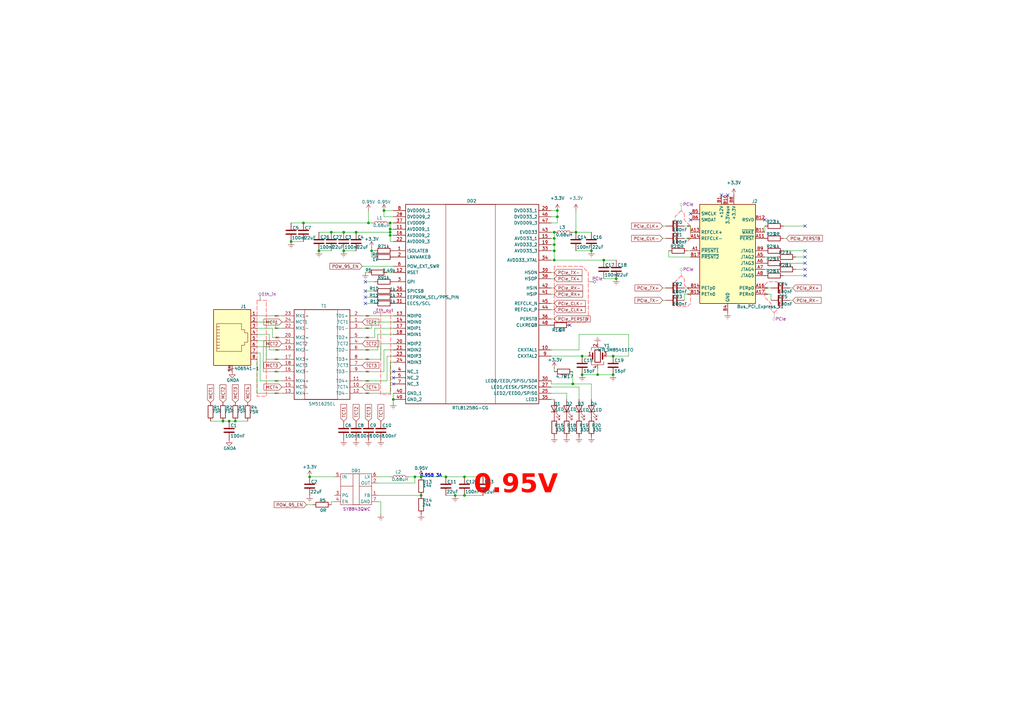
<source format=kicad_sch>
(kicad_sch (version 20250114) (generator "eeschema") (generator_version "9.0")
  (paper "A3")
  (title_block (title "PCIe-to-Ethernet_x1") (date "2025-03-22") (company "Madlab"))
  (text "0.95В 3А" (at 176.784 195.072 0) (effects (font (size 1.27 1.27) (thickness 0.254) (bold yes))))
  (text "0.95V\n" (at 211.582 200.914 0) (effects (font (size 7.62 7.62) (thickness 0.254) (bold yes))))
  (junction (at 245.11 153.67))
  (junction (at 238.76 153.67))
  (junction (at 172.72 203.2))
  (junction (at 228.6 86.36))
  (junction (at 157.48 86.36))
  (junction (at 96.52 172.72))
  (junction (at 93.98 172.72))
  (junction (at 186.69 203.2))
  (junction (at 190.5 195.58))
  (junction (at 170.18 195.58))
  (junction (at 227.33 102.87))
  (junction (at 130.81 102.87))
  (junction (at 140.97 102.87))
  (junction (at 228.6 88.9))
  (junction (at 160.02 95.25))
  (junction (at 242.57 102.87))
  (junction (at 160.02 96.52))
  (junction (at 227.33 100.33))
  (junction (at 146.05 95.25))
  (junction (at 236.22 95.25))
  (junction (at 234.95 157.48))
  (junction (at 227.33 95.25))
  (junction (at 127 195.58))
  (junction (at 135.89 95.25))
  (junction (at 160.02 91.44))
  (junction (at 119.38 99.06))
  (junction (at 247.65 106.68))
  (junction (at 227.33 106.68))
  (junction (at 251.46 153.67))
  (junction (at 124.46 91.44))
  (junction (at 252.73 114.3))
  (junction (at 140.97 95.25))
  (junction (at 160.02 93.98))
  (junction (at 152.4 102.87))
  (junction (at 172.72 195.58))
  (junction (at 251.46 146.05))
  (junction (at 190.5 203.2))
  (junction (at 227.33 97.79))
  (junction (at 91.44 172.72))
  (junction (at 151.13 91.44))
  (junction (at 161.29 163.83))
  (junction (at 238.76 146.05))
  (junction (at 182.88 195.58))
  (no_connect (at 149.86 119.38))
  (no_connect (at 330.2 113.03))
  (no_connect (at 330.2 102.87))
  (no_connect (at 313.69 90.17))
  (no_connect (at 298.45 80.01))
  (no_connect (at 149.86 121.92))
  (no_connect (at 283.21 87.63))
  (no_connect (at 295.91 80.01))
  (no_connect (at 330.2 110.49))
  (no_connect (at 330.2 105.41))
  (no_connect (at 161.29 154.94))
  (no_connect (at 330.2 92.71))
  (no_connect (at 283.21 90.17))
  (no_connect (at 161.29 152.4))
  (no_connect (at 330.2 107.95))
  (no_connect (at 161.29 157.48))
  (no_connect (at 149.86 115.57))
  (no_connect (at 149.86 124.46))
  (no_connect (at 233.68 133.35))
  (wire (pts (xy 111.76 138.43) (xy 115.57 138.43)))
  (wire (pts (xy 226.06 91.44) (xy 228.6 91.44)))
  (wire (pts (xy 105.41 161.29) (xy 115.57 161.29)))
  (wire (pts (xy 236.22 102.87) (xy 242.57 102.87)))
  (wire (pts (xy 160.02 96.52) (xy 160.02 99.06)))
  (wire (pts (xy 105.41 147.32) (xy 105.41 161.29)))
  (wire (pts (xy 257.81 137.16) (xy 257.81 146.05)))
  (wire (pts (xy 149.86 124.46) (xy 153.67 124.46)))
  (wire (pts (xy 156.21 210.82) (xy 156.21 205.74)))
  (wire (pts (xy 161.29 134.62) (xy 153.67 134.62)))
  (wire (pts (xy 190.5 203.2) (xy 198.12 203.2)))
  (wire (pts (xy 154.94 137.16) (xy 154.94 143.51)))
  (wire (pts (xy 237.49 158.75) (xy 237.49 163.83)))
  (wire (pts (xy 161.29 163.83) (xy 161.29 165.1)))
  (wire (pts (xy 156.21 205.74) (xy 154.94 205.74)))
  (wire (pts (xy 226.06 102.87) (xy 227.33 102.87)))
  (wire (pts (xy 226.06 143.51) (xy 237.49 143.51)))
  (wire (pts (xy 149.86 111.76) (xy 151.13 111.76)))
  (wire (pts (xy 96.52 172.72) (xy 101.6 172.72)))
  (wire (pts (xy 152.4 102.87) (xy 152.4 105.41)))
  (wire (pts (xy 227.33 111.76) (xy 226.06 111.76)))
  (wire (pts (xy 119.38 91.44) (xy 124.46 91.44)))
  (wire (pts (xy 152.4 134.62) (xy 152.4 132.08)))
  (wire (pts (xy 236.22 95.25) (xy 242.57 95.25)))
  (wire (pts (xy 190.5 195.58) (xy 198.12 195.58)))
  (wire (pts (xy 160.02 93.98) (xy 160.02 95.25)))
  (wire (pts (xy 257.81 146.05) (xy 251.46 146.05)))
  (wire (pts (xy 238.76 153.67) (xy 245.11 153.67)))
  (wire (pts (xy 236.22 95.25) (xy 236.22 86.36)))
  (wire (pts (xy 151.13 86.36) (xy 151.13 91.44)))
  (wire (pts (xy 161.29 99.06) (xy 160.02 99.06)))
  (wire (pts (xy 160.02 91.44) (xy 161.29 91.44)))
  (wire (pts (xy 110.49 137.16) (xy 110.49 143.51)))
  (wire (pts (xy 140.97 102.87) (xy 146.05 102.87)))
  (wire (pts (xy 245.11 153.67) (xy 251.46 153.67)))
  (wire (pts (xy 105.41 137.16) (xy 110.49 137.16)))
  (wire (pts (xy 135.89 95.25) (xy 140.97 95.25)))
  (wire (pts (xy 227.33 106.68) (xy 247.65 106.68)))
  (wire (pts (xy 107.95 152.4) (xy 115.57 152.4)))
  (wire (pts (xy 330.2 102.87) (xy 321.31 102.87)))
  (wire (pts (xy 318.77 105.41) (xy 313.69 105.41)))
  (wire (pts (xy 330.2 92.71) (xy 321.31 92.71)))
  (wire (pts (xy 125.73 207.01) (xy 128.27 207.01)))
  (wire (pts (xy 148.59 109.22) (xy 161.29 109.22)))
  (wire (pts (xy 316.23 120.65) (xy 313.69 120.65)))
  (wire (pts (xy 105.41 132.08) (xy 113.03 132.08)))
  (wire (pts (xy 280.67 120.65) (xy 283.21 120.65)))
  (wire (pts (xy 170.18 198.12) (xy 170.18 195.58)))
  (wire (pts (xy 237.49 143.51) (xy 237.49 137.16)))
  (wire (pts (xy 137.16 205.74) (xy 135.89 205.74)))
  (wire (pts (xy 105.41 129.54) (xy 115.57 129.54)))
  (wire (pts (xy 271.78 118.11) (xy 273.05 118.11)))
  (wire (pts (xy 271.78 123.19) (xy 273.05 123.19)))
  (wire (pts (xy 227.33 127) (xy 226.06 127)))
  (wire (pts (xy 156.21 140.97) (xy 156.21 147.32)))
  (wire (pts (xy 107.95 152.4) (xy 107.95 142.24)))
  (wire (pts (xy 186.69 203.2) (xy 190.5 203.2)))
  (wire (pts (xy 130.81 95.25) (xy 135.89 95.25)))
  (wire (pts (xy 245.11 151.13) (xy 245.11 153.67)))
  (wire (pts (xy 248.92 146.05) (xy 251.46 146.05)))
  (wire (pts (xy 242.57 163.83) (xy 242.57 157.48)))
  (wire (pts (xy 107.95 142.24) (xy 105.41 142.24)))
  (wire (pts (xy 313.69 110.49) (xy 318.77 110.49)))
  (wire (pts (xy 280.67 123.19) (xy 280.67 120.65)))
  (wire (pts (xy 170.18 195.58) (xy 167.64 195.58)))
  (wire (pts (xy 274.32 105.41) (xy 283.21 105.41)))
  (wire (pts (xy 105.41 144.78) (xy 106.68 144.78)))
  (wire (pts (xy 226.06 157.48) (xy 226.06 156.21)))
  (wire (pts (xy 182.88 195.58) (xy 190.5 195.58)))
  (wire (pts (xy 234.95 95.25) (xy 236.22 95.25)))
  (wire (pts (xy 113.03 132.08) (xy 113.03 134.62)))
  (wire (pts (xy 232.41 161.29) (xy 232.41 163.83)))
  (wire (pts (xy 119.38 99.06) (xy 124.46 99.06)))
  (wire (pts (xy 113.03 134.62) (xy 115.57 134.62)))
  (wire (pts (xy 226.06 158.75) (xy 237.49 158.75)))
  (wire (pts (xy 152.4 102.87) (xy 153.67 102.87)))
  (wire (pts (xy 227.33 120.65) (xy 226.06 120.65)))
  (wire (pts (xy 242.57 157.48) (xy 234.95 157.48)))
  (wire (pts (xy 227.33 97.79) (xy 227.33 100.33)))
  (wire (pts (xy 161.29 88.9) (xy 157.48 88.9)))
  (wire (pts (xy 149.86 119.38) (xy 153.67 119.38)))
  (wire (pts (xy 228.6 88.9) (xy 228.6 91.44)))
  (wire (pts (xy 161.29 137.16) (xy 154.94 137.16)))
  (wire (pts (xy 271.78 97.79) (xy 273.05 97.79)))
  (wire (pts (xy 160.02 148.59) (xy 161.29 148.59)))
  (wire (pts (xy 153.67 105.41) (xy 152.4 105.41)))
  (wire (pts (xy 322.58 97.79) (xy 321.31 97.79)))
  (wire (pts (xy 157.48 152.4) (xy 148.59 152.4)))
  (wire (pts (xy 172.72 195.58) (xy 182.88 195.58)))
  (wire (pts (xy 124.46 91.44) (xy 151.13 91.44)))
  (wire (pts (xy 316.23 123.19) (xy 316.23 120.65)))
  (wire (pts (xy 226.06 97.79) (xy 227.33 97.79)))
  (wire (pts (xy 316.23 118.11) (xy 313.69 118.11)))
  (wire (pts (xy 330.2 107.95) (xy 321.31 107.95)))
  (wire (pts (xy 161.29 140.97) (xy 156.21 140.97)))
  (wire (pts (xy 158.75 156.21) (xy 148.59 156.21)))
  (wire (pts (xy 227.33 100.33) (xy 227.33 102.87)))
  (wire (pts (xy 135.89 205.74) (xy 135.89 207.01)))
  (wire (pts (xy 325.12 118.11) (xy 323.85 118.11)))
  (wire (pts (xy 227.33 152.4) (xy 227.33 151.13)))
  (wire (pts (xy 227.33 163.83) (xy 226.06 163.83)))
  (wire (pts (xy 146.05 95.25) (xy 160.02 95.25)))
  (wire (pts (xy 160.02 95.25) (xy 160.02 96.52)))
  (wire (pts (xy 161.29 161.29) (xy 161.29 163.83)))
  (wire (pts (xy 161.29 146.05) (xy 158.75 146.05)))
  (wire (pts (xy 149.86 115.57) (xy 153.67 115.57)))
  (wire (pts (xy 226.06 95.25) (xy 227.33 95.25)))
  (wire (pts (xy 109.22 139.7) (xy 109.22 147.32)))
  (wire (pts (xy 105.41 134.62) (xy 111.76 134.62)))
  (wire (pts (xy 226.06 86.36) (xy 228.6 86.36)))
  (wire (pts (xy 234.95 157.48) (xy 226.06 157.48)))
  (wire (pts (xy 227.33 114.3) (xy 226.06 114.3)))
  (wire (pts (xy 160.02 96.52) (xy 161.29 96.52)))
  (wire (pts (xy 238.76 146.05) (xy 241.3 146.05)))
  (wire (pts (xy 110.49 143.51) (xy 115.57 143.51)))
  (wire (pts (xy 93.98 172.72) (xy 96.52 172.72)))
  (wire (pts (xy 157.48 86.36) (xy 161.29 86.36)))
  (wire (pts (xy 154.94 143.51) (xy 148.59 143.51)))
  (wire (pts (xy 227.33 102.87) (xy 227.33 106.68)))
  (wire (pts (xy 160.02 161.29) (xy 160.02 148.59)))
  (wire (pts (xy 280.67 92.71) (xy 283.21 92.71)))
  (wire (pts (xy 154.94 203.2) (xy 172.72 203.2)))
  (wire (pts (xy 226.06 161.29) (xy 232.41 161.29)))
  (wire (pts (xy 227.33 95.25) (xy 227.33 97.79)))
  (wire (pts (xy 330.2 110.49) (xy 326.39 110.49)))
  (wire (pts (xy 247.65 114.3) (xy 252.73 114.3)))
  (wire (pts (xy 127 195.58) (xy 137.16 195.58)))
  (wire (pts (xy 91.44 172.72) (xy 93.98 172.72)))
  (wire (pts (xy 160.02 93.98) (xy 161.29 93.98)))
  (wire (pts (xy 130.81 102.87) (xy 135.89 102.87)))
  (wire (pts (xy 227.33 118.11) (xy 226.06 118.11)))
  (wire (pts (xy 247.65 106.68) (xy 252.73 106.68)))
  (wire (pts (xy 226.06 100.33) (xy 227.33 100.33)))
  (wire (pts (xy 149.86 121.92) (xy 153.67 121.92)))
  (wire (pts (xy 105.41 139.7) (xy 109.22 139.7)))
  (wire (pts (xy 161.29 143.51) (xy 157.48 143.51)))
  (wire (pts (xy 228.6 86.36) (xy 228.6 88.9)))
  (wire (pts (xy 227.33 124.46) (xy 226.06 124.46)))
  (wire (pts (xy 271.78 92.71) (xy 273.05 92.71)))
  (wire (pts (xy 111.76 134.62) (xy 111.76 138.43)))
  (wire (pts (xy 148.59 161.29) (xy 160.02 161.29)))
  (wire (pts (xy 330.2 105.41) (xy 326.39 105.41)))
  (wire (pts (xy 157.48 143.51) (xy 157.48 152.4)))
  (wire (pts (xy 226.06 106.68) (xy 227.33 106.68)))
  (wire (pts (xy 158.75 111.76) (xy 161.29 111.76)))
  (wire (pts (xy 281.94 102.87) (xy 283.21 102.87)))
  (wire (pts (xy 226.06 146.05) (xy 238.76 146.05)))
  (wire (pts (xy 170.18 195.58) (xy 172.72 195.58)))
  (wire (pts (xy 154.94 195.58) (xy 160.02 195.58)))
  (wire (pts (xy 325.12 123.19) (xy 323.85 123.19)))
  (wire (pts (xy 160.02 91.44) (xy 160.02 93.98)))
  (wire (pts (xy 280.67 97.79) (xy 283.21 97.79)))
  (wire (pts (xy 158.75 146.05) (xy 158.75 156.21)))
  (wire (pts (xy 153.67 138.43) (xy 148.59 138.43)))
  (wire (pts (xy 330.2 113.03) (xy 321.31 113.03)))
  (wire (pts (xy 153.67 134.62) (xy 153.67 138.43)))
  (wire (pts (xy 148.59 134.62) (xy 152.4 134.62)))
  (wire (pts (xy 156.21 147.32) (xy 148.59 147.32)))
  (wire (pts (xy 157.48 88.9) (xy 157.48 86.36)))
  (wire (pts (xy 154.94 198.12) (xy 170.18 198.12)))
  (wire (pts (xy 106.68 144.78) (xy 106.68 156.21)))
  (wire (pts (xy 86.36 172.72) (xy 91.44 172.72)))
  (wire (pts (xy 227.33 130.81) (xy 226.06 130.81)))
  (wire (pts (xy 280.67 118.11) (xy 283.21 118.11)))
  (wire (pts (xy 109.22 147.32) (xy 115.57 147.32)))
  (wire (pts (xy 182.88 203.2) (xy 186.69 203.2)))
  (wire (pts (xy 237.49 137.16) (xy 257.81 137.16)))
  (wire (pts (xy 283.21 92.71) (xy 283.21 95.25)))
  (wire (pts (xy 226.06 88.9) (xy 228.6 88.9)))
  (wire (pts (xy 313.69 92.71) (xy 313.69 95.25)))
  (wire (pts (xy 140.97 95.25) (xy 146.05 95.25)))
  (wire (pts (xy 152.4 132.08) (xy 161.29 132.08)))
  (wire (pts (xy 234.95 152.4) (xy 234.95 157.48)))
  (wire (pts (xy 274.32 102.87) (xy 274.32 105.41)))
  (wire (pts (xy 152.4 101.6) (xy 152.4 102.87)))
  (wire (pts (xy 148.59 129.54) (xy 161.29 129.54)))
  (wire (pts (xy 106.68 156.21) (xy 115.57 156.21)))
  (wire (pts (xy 151.13 91.44) (xy 152.4 91.44)))
  (global_label "PCIe_RX+" (shape input) (at 227.33 120.65 0) (property "Intersheetrefs" "${INTERSHEET_REFS}" (effects (hide yes))))
  (global_label "TCT3" (shape input) (at 151.13 172.72 90) (property "Intersheetrefs" "${INTERSHEET_REFS}" (effects (hide yes))))
  (global_label "PCIe_TX-" (shape input) (at 271.78 123.19 180) (property "Intersheetrefs" "${INTERSHEET_REFS}" (effects (hide yes))))
  (global_label "MX4+" (shape input) (at 114.3 156.21 180) (effects (font (size 0.254 0.254))) (property "Intersheetrefs" "${INTERSHEET_REFS}" (effects (hide yes))))
  (global_label "MX2-" (shape input) (at 114.554 143.51 180) (effects (font (size 0.254 0.254))) (property "Intersheetrefs" "${INTERSHEET_REFS}" (effects (hide yes))))
  (global_label "TCT2" (shape input) (at 146.05 172.72 90) (property "Intersheetrefs" "${INTERSHEET_REFS}" (effects (hide yes))))
  (global_label "TD1+" (shape input) (at 149.86 129.54 0) (effects (font (size 0.254 0.254))) (property "Intersheetrefs" "${INTERSHEET_REFS}" (effects (hide yes))))
  (global_label "MX2+" (shape input) (at 114.554 138.43 180) (effects (font (size 0.254 0.254))) (property "Intersheetrefs" "${INTERSHEET_REFS}" (effects (hide yes))))
  (global_label "TCT4" (shape input) (at 156.21 172.72 90) (property "Intersheetrefs" "${INTERSHEET_REFS}" (effects (hide yes))))
  (global_label "MX3+" (shape input) (at 114.3 147.32 180) (effects (font (size 0.254 0.254))) (property "Intersheetrefs" "${INTERSHEET_REFS}" (effects (hide yes))))
  (global_label "PCIe_TX-" (shape input) (at 227.33 111.76 0) (property "Intersheetrefs" "${INTERSHEET_REFS}" (effects (hide yes))))
  (global_label "PCIe_RX-" (shape input) (at 325.12 123.19 0) (property "Intersheetrefs" "${INTERSHEET_REFS}" (effects (hide yes))))
  (global_label "MCT1" (shape input) (at 115.57 132.08 180) (property "Intersheetrefs" "${INTERSHEET_REFS}" (effects (hide yes))))
  (global_label "PCIe_TX+" (shape input) (at 271.78 118.11 180) (property "Intersheetrefs" "${INTERSHEET_REFS}" (effects (hide yes))))
  (global_label "TX-" (shape input) (at 283.21 120.65 180) (effects (font (size 0.254 0.254))) (property "Intersheetrefs" "${INTERSHEET_REFS}" (effects (hide yes))))
  (global_label "TCT1" (shape input) (at 148.59 132.08 0) (property "Intersheetrefs" "${INTERSHEET_REFS}" (effects (hide yes))))
  (global_label "PCIe_TX+" (shape input) (at 227.33 114.3 0) (property "Intersheetrefs" "${INTERSHEET_REFS}" (effects (hide yes))))
  (global_label "TD3+" (shape input) (at 149.86 147.32 0) (effects (font (size 0.254 0.254))) (property "Intersheetrefs" "${INTERSHEET_REFS}" (effects (hide yes))))
  (global_label "TCT3" (shape input) (at 148.59 149.86 0) (property "Intersheetrefs" "${INTERSHEET_REFS}" (effects (hide yes))))
  (global_label "PCIe_CLK-" (shape input) (at 271.78 97.79 180) (property "Intersheetrefs" "${INTERSHEET_REFS}" (effects (hide yes))))
  (global_label "RX-" (shape input) (at 313.69 120.65 0) (effects (font (size 0.254 0.254))) (property "Intersheetrefs" "${INTERSHEET_REFS}" (effects (hide yes))))
  (global_label "PCIe_CLK+" (shape input) (at 271.78 92.71 180) (property "Intersheetrefs" "${INTERSHEET_REFS}" (effects (hide yes))))
  (global_label "TCT2" (shape input) (at 148.59 140.97 0) (property "Intersheetrefs" "${INTERSHEET_REFS}" (effects (hide yes))))
  (global_label "PCIe_CLK-" (shape input) (at 227.33 124.46 0) (property "Intersheetrefs" "${INTERSHEET_REFS}" (effects (hide yes))))
  (global_label "TD1-" (shape input) (at 149.86 134.62 0) (effects (font (size 0.254 0.254))) (property "Intersheetrefs" "${INTERSHEET_REFS}" (effects (hide yes))))
  (global_label "TD3-" (shape input) (at 149.86 152.4 0) (effects (font (size 0.254 0.254))) (property "Intersheetrefs" "${INTERSHEET_REFS}" (effects (hide yes))))
  (global_label "ref+" (shape input) (at 283.21 92.71 180) (effects (font (size 0.254 0.254))) (property "Intersheetrefs" "${INTERSHEET_REFS}" (effects (hide yes))))
  (global_label "ref-" (shape input) (at 283.21 97.79 180) (effects (font (size 0.254 0.254))) (property "Intersheetrefs" "${INTERSHEET_REFS}" (effects (hide yes))))
  (global_label "MCT2" (shape input) (at 115.57 140.97 180) (property "Intersheetrefs" "${INTERSHEET_REFS}" (effects (hide yes))))
  (global_label "TD2+" (shape input) (at 149.86 138.43 0) (effects (font (size 0.254 0.254))) (property "Intersheetrefs" "${INTERSHEET_REFS}" (effects (hide yes))))
  (global_label "MX4-" (shape input) (at 114.3 161.29 180) (effects (font (size 0.254 0.254))) (property "Intersheetrefs" "${INTERSHEET_REFS}" (effects (hide yes))))
  (global_label "PCIe_CLK+" (shape input) (at 227.33 127 0) (property "Intersheetrefs" "${INTERSHEET_REFS}" (effects (hide yes))))
  (global_label "MCT4" (shape input) (at 101.6 165.1 90) (property "Intersheetrefs" "${INTERSHEET_REFS}" (effects (hide yes))))
  (global_label "TCT1" (shape input) (at 140.97 172.72 90) (property "Intersheetrefs" "${INTERSHEET_REFS}" (effects (hide yes))))
  (global_label "MX1+" (shape input) (at 114.3 129.54 180) (effects (font (size 0.254 0.254))) (property "Intersheetrefs" "${INTERSHEET_REFS}" (effects (hide yes))))
  (global_label "TD4+" (shape input) (at 149.86 156.21 0) (effects (font (size 0.254 0.254))) (property "Intersheetrefs" "${INTERSHEET_REFS}" (effects (hide yes))))
  (global_label "RX+" (shape input) (at 313.69 118.11 0) (effects (font (size 0.254 0.254))) (property "Intersheetrefs" "${INTERSHEET_REFS}" (effects (hide yes))))
  (global_label "MX1-" (shape input) (at 114.3 134.62 180) (effects (font (size 0.254 0.254))) (property "Intersheetrefs" "${INTERSHEET_REFS}" (effects (hide yes))))
  (global_label "TX+" (shape input) (at 283.21 118.11 180) (effects (font (size 0.254 0.254))) (property "Intersheetrefs" "${INTERSHEET_REFS}" (effects (hide yes))))
  (global_label "PCIe_PERSTB" (shape input) (at 322.58 97.79 0) (property "Intersheetrefs" "${INTERSHEET_REFS}" (effects (hide yes))))
  (global_label "MCT3" (shape input) (at 96.52 165.1 90) (property "Intersheetrefs" "${INTERSHEET_REFS}" (effects (hide yes))))
  (global_label "TCT4" (shape input) (at 148.59 158.75 0) (property "Intersheetrefs" "${INTERSHEET_REFS}" (effects (hide yes))))
  (global_label "TD2-" (shape input) (at 149.86 143.51 0) (effects (font (size 0.254 0.254))) (property "Intersheetrefs" "${INTERSHEET_REFS}" (effects (hide yes))))
  (global_label "PCIe_RX+" (shape input) (at 325.12 118.11 0) (property "Intersheetrefs" "${INTERSHEET_REFS}" (effects (hide yes))))
  (global_label "MCT2" (shape input) (at 91.44 165.1 90) (property "Intersheetrefs" "${INTERSHEET_REFS}" (effects (hide yes))))
  (global_label "PCIe_PERSTB" (shape input) (at 227.33 130.81 0) (property "Intersheetrefs" "${INTERSHEET_REFS}" (effects (hide yes))))
  (global_label "PCIe_RX-" (shape input) (at 227.33 118.11 0) (property "Intersheetrefs" "${INTERSHEET_REFS}" (effects (hide yes))))
  (global_label "POW_95_EN" (shape input) (at 148.59 109.22 180) (property "Intersheetrefs" "${INTERSHEET_REFS}" (effects (hide yes))))
  (global_label "TD4-" (shape input) (at 149.86 161.29 0) (effects (font (size 0.254 0.254))) (property "Intersheetrefs" "${INTERSHEET_REFS}" (effects (hide yes))))
  (global_label "MCT3" (shape input) (at 115.57 149.86 180) (property "Intersheetrefs" "${INTERSHEET_REFS}" (effects (hide yes))))
  (global_label "MCT4" (shape input) (at 115.57 158.75 180) (property "Intersheetrefs" "${INTERSHEET_REFS}" (effects (hide yes))))
  (global_label "MCT1" (shape input) (at 86.36 165.1 90) (property "Intersheetrefs" "${INTERSHEET_REFS}" (effects (hide yes))))
  (global_label "POW_95_EN" (shape input) (at 125.73 207.01 180) (property "Intersheetrefs" "${INTERSHEET_REFS}" (effects (hide yes))))
  (global_label "MX3-" (shape input) (at 114.3 152.4 180) (effects (font (size 0.254 0.254))) (property "Intersheetrefs" "${INTERSHEET_REFS}" (effects (hide yes))))
  (rule_area (polyline (pts (xy 317.5 128.27) (xy 320.04 125.73) (xy 320.04 116.84) (xy 318.77 115.57) (xy 314.96 115.57) (xy 313.69 116.84) (xy 313.69 121.92) (xy 316.23 124.46) (xy 316.23 127)) (stroke (width 0) (type dash))))
  (rule_area (polyline (pts (xy 105.41 123.19) (xy 105.41 162.56) (xy 109.22 162.56) (xy 109.22 123.19)) (stroke (width 0) (type dash))))
  (rule_area (polyline (pts (xy 279.4 113.03) (xy 276.86 115.57) (xy 276.86 124.46) (xy 278.13 125.73) (xy 281.94 125.73) (xy 283.21 124.46) (xy 283.21 119.38) (xy 280.67 116.84) (xy 280.67 114.3)) (stroke (width 0) (type dash))))
  (rule_area (polyline (pts (xy 279.4 86.36) (xy 276.86 88.9) (xy 276.86 97.79) (xy 278.13 99.06) (xy 281.94 99.06) (xy 283.21 97.79) (xy 283.21 92.71) (xy 280.67 90.17) (xy 280.67 87.63)) (stroke (width 0) (type dash))))
  (rule_area (polyline (pts (xy 156.21 128.27) (xy 156.083 161.798) (xy 160.274 161.798) (xy 160.274 128.27)) (stroke (width 0) (type dash))))
  (rule_area (polyline (pts (xy 227.33 109.22) (xy 227.33 132.08) (xy 240.03 132.08) (xy 241.3 130.81) (xy 241.3 111.76) (xy 238.76 109.22)) (stroke (width 0) (type dash))))
  (netclass_flag "" (length 2.54) (shape round) (at 106.68 123.19 0) (property "Netclass" "Eth_in" (at 107.3785 120.65 0) (effects (justify left))))
  (netclass_flag "" (length 2.54) (shape round) (at 317.5 128.27 180) (property "Netclass" "PCIe" (at 318.0461 130.81 0) (effects (justify left))))
  (netclass_flag "" (length 2.54) (shape round) (at 279.4 86.36 0) (property "Netclass" "PCIe" (at 280.0985 83.82 0) (effects (justify left))))
  (netclass_flag "" (length 2.54) (shape round) (at 241.3 115.57 270) (property "Netclass" "PCIe" (at 242.824 114.3 0) (effects (justify left))))
  (netclass_flag "" (length 2.54) (shape round) (at 156.21 128.27 90) (property "Netclass" "Eth_out" (at 154.178 127.254 0) (effects (justify left))))
  (netclass_flag "" (length 2.54) (shape round) (at 279.4 113.03 0) (property "Netclass" "PCIe" (at 280.0985 110.49 0) (effects (justify left))))
  (symbol (lib_id "power:Earth") (at 149.86 111.76 0) (unit 1)
    (property "Reference" "#PWR09" (effects (hide yes)))
    (property "Value" "Earth" (effects (hide yes)))
    (property "Description" "Power symbol creates a global label with name \"Earth\"" (effects (hide yes)))
  )
  (symbol (lib_id "power:Earth") (at 127 203.2 0) (unit 1)
    (property "Reference" "#PWR04" (effects (hide yes)))
    (property "Value" "Earth" (effects (hide yes)))
    (property "Description" "Power symbol creates a global label with name \"Earth\"" (effects (hide yes)))
  )
  (symbol (lib_id "Device:LED") (at 232.41 167.64 90) (unit 1)
    (property "Reference" "D2" (at 233.426 165.608 90))
    (property "Value" "LED" (at 234.696 167.894 90))
    (property "Footprint" "LED_SMD:LED_0402_1005Metric" (effects (hide yes)))
    (property "Description" "Light emitting diode" (effects (hide yes)))
    (property "Sim.Pins" "1=K 2=A" (effects (hide yes)))
  )
  (symbol (lib_id "Device:C") (at 247.65 110.49 0) (unit 1)
    (property "Reference" "C17" (at 248.158 108.712 0) (effects (justify left)))
    (property "Value" "100nF" (at 247.904 112.776 0) (effects (justify left)))
    (property "Footprint" "Capacitor_SMD:C_0402_1005Metric" (effects (hide yes)))
    (property "Description" "Unpolarized capacitor" (effects (hide yes)))
  )
  (symbol (lib_id "power:+3.3V") (at 152.4 101.6 0) (unit 1)
    (property "Reference" "#PWR012" (effects (hide yes)))
    (property "Value" "+3.3V" (at 152.4 98.044 0))
    (property "Description" "Power symbol creates a global label with name \"+3.3V\"" (effects (hide yes)))
  )
  (symbol (lib_id "Device:C") (at 156.21 176.53 0) (unit 1)
    (property "Reference" "C10" (at 156.718 174.498 0) (effects (justify left)))
    (property "Value" "100nF" (at 156.718 178.816 0) (effects (justify left)))
    (property "Footprint" "Capacitor_SMD:C_0402_1005Metric" (effects (hide yes)))
    (property "Description" "Unpolarized capacitor" (effects (hide yes)))
  )
  (symbol (lib_id "Device:C") (at 140.97 176.53 0) (unit 1)
    (property "Reference" "C6" (at 141.478 174.498 0) (effects (justify left)))
    (property "Value" "100nF" (at 141.478 178.816 0) (effects (justify left)))
    (property "Footprint" "Capacitor_SMD:C_0402_1005Metric" (effects (hide yes)))
    (property "Description" "Unpolarized capacitor" (effects (hide yes)))
  )
  (symbol (lib_id "Device:LED") (at 227.33 167.64 90) (unit 1)
    (property "Reference" "D1" (at 228.6 165.608 90))
    (property "Value" "LED" (at 229.616 167.894 90))
    (property "Footprint" "LED_SMD:LED_0402_1005Metric" (effects (hide yes)))
    (property "Description" "Light emitting diode" (effects (hide yes)))
    (property "Sim.Pins" "1=K 2=A" (effects (hide yes)))
  )
  (symbol (lib_id "Device:C") (at 252.73 110.49 0) (unit 1)
    (property "Reference" "C18" (at 253.238 108.712 0) (effects (justify left)))
    (property "Value" "22uF" (at 252.984 112.776 0) (effects (justify left)))
    (property "Footprint" "Capacitor_SMD:C_0402_1005Metric" (effects (hide yes)))
    (property "Description" "Unpolarized capacitor" (effects (hide yes)))
  )
  (symbol (lib_id "power:Earth") (at 237.49 179.07 0) (unit 1)
    (property "Reference" "#PWR025" (effects (hide yes)))
    (property "Value" "Earth" (effects (hide yes)))
    (property "Description" "Power symbol creates a global label with name \"Earth\"" (effects (hide yes)))
  )
  (symbol (lib_id "Device:Crystal_GND24") (at 245.11 146.05 0) (unit 1)
    (property "Reference" "Y1" (at 248.92 141.732 0))
    (property "Value" "WTL3M85411FO" (at 252.476 143.51 0))
    (property "Footprint" "Crystal:Crystal_SMD_3225-4Pin_3.2x2.5mm" (effects (hide yes)))
    (property "Description" "Four pin crystal, GND on pins 2 and 4" (effects (hide yes)))
  )
  (symbol (lib_id "power:Earth") (at 232.41 179.07 0) (unit 1)
    (property "Reference" "#PWR023" (effects (hide yes)))
    (property "Value" "Earth" (effects (hide yes)))
    (property "Description" "Power symbol creates a global label with name \"Earth\"" (effects (hide yes)))
  )
  (symbol (lib_id "power:Earth") (at 242.57 179.07 0) (unit 1)
    (property "Reference" "#PWR028" (effects (hide yes)))
    (property "Value" "Earth" (effects (hide yes)))
    (property "Description" "Power symbol creates a global label with name \"Earth\"" (effects (hide yes)))
  )
  (symbol (lib_id "RTL8125BG-CG:RTL8125BG-CG") (at 163.83 99.06 0) (unit 1)
    (property "Reference" "DD2" (at 193.421 82.423 0))
    (property "Value" "RTL8125BG-CG" (at 192.913 167.259 0))
    (property "Footprint" "RTL8125BG-CG:QFN40P600X600X100-49N" (effects (hide yes)))
    (property "Datasheet" "https://datasheet.lcsc.com/lcsc/2205121200_Realtek-Semicon-RTL8125BG-CG_C3013605.pdf" (effects (hide yes)))
    (property "Description" "FDS86106" (effects (hide yes)))
    (property "Height" "1" (effects (hide yes)))
    (property "Manufacturer_Name" "Realtek" (effects (hide yes)))
    (property "Manufacturer_Part_Number" "RTL8125BG-CG" (effects (hide yes)))
  )
  (symbol (lib_id "Device:L") (at 156.21 91.44 90) (unit 1)
    (property "Reference" "L1" (at 155.702 89.408 90))
    (property "Value" "0.68uH" (at 156.464 92.456 90))
    (property "Footprint" "Inductor_SMD:L_Cenker_CKCS4020" (effects (hide yes)))
    (property "Description" "Inductor" (effects (hide yes)))
  )
  (symbol (lib_id "Device:LED") (at 237.49 167.64 90) (unit 1)
    (property "Reference" "D3" (at 238.252 165.608 90))
    (property "Value" "LED" (at 239.776 168.148 90))
    (property "Footprint" "LED_SMD:LED_0402_1005Metric" (effects (hide yes)))
    (property "Description" "Light emitting diode" (effects (hide yes)))
    (property "Sim.Pins" "1=K 2=A" (effects (hide yes)))
  )
  (symbol (lib_id "Connector:Bus_PCI_Express_x1") (at 298.45 105.41 0) (unit 1)
    (property "Reference" "J2" (at 308.356 82.55 0) (effects (justify left)))
    (property "Value" "Bus_PCI_Express_x1" (at 302.26 125.73 0) (effects (justify left)))
    (property "Footprint" "Connector_PCBEdge:BUS_PCIexpress_x1" (effects (hide yes)))
    (property "Datasheet" "http://www.ritrontek.com/uploadfile/2016/1026/20161026105231124.pdf#page=63" (effects (hide yes)))
    (property "Description" "PCI Express bus connector x1" (effects (hide yes)))
  )
  (symbol (lib_id "Device:R") (at 242.57 175.26 0) (unit 1)
    (property "Reference" "R20" (at 244.602 174.498 0))
    (property "Value" "330" (at 244.856 176.276 0))
    (property "Footprint" "PCM_Resistor_SMD_AKL:R_0402_1005Metric" (effects (hide yes)))
    (property "Description" "Resistor" (effects (hide yes)))
  )
  (symbol (lib_id "Device:R") (at 101.6 168.91 180) (unit 1)
    (property "Reference" "R4" (at 104.14 167.132 0))
    (property "Value" "75R" (at 104.14 168.91 0))
    (property "Footprint" "Resistor_SMD:R_0402_1005Metric" (effects (hide yes)))
    (property "Description" "Resistor" (effects (hide yes)))
  )
  (symbol (lib_id "SY8843QWC:SY8843QWC") (at 139.7 193.04 0) (unit 1)
    (property "Reference" "DD1" (at 146.05 193.04 0))
    (property "Value" "~" (at 146.05 193.04 0))
    (property "Footprint" "SY8843QWC:SY8843QWC" (effects (hide yes)))
    (property "Description" "SY8843QWC" (at 146.304 208.788 0))
  )
  (symbol (lib_id "power:+3V8") (at 157.48 86.36 0) (unit 1)
    (property "Reference" "#PWR015" (effects (hide yes)))
    (property "Value" "0.95V" (at 157.48 82.804 0))
    (property "Description" "Power symbol creates a global label with name \"+3V8\"" (effects (hide yes)))
  )
  (symbol (lib_id "Device:R") (at 317.5 107.95 90) (unit 1)
    (property "Reference" "R25" (at 316.23 106.172 90))
    (property "Value" "1k" (at 318.516 106.172 90))
    (property "Footprint" "PCM_Resistor_SMD_AKL:R_0402_1005Metric" (effects (hide yes)))
    (property "Description" "Resistor" (effects (hide yes)))
  )
  (symbol (lib_id "power:+3.3V") (at 236.22 86.36 0) (unit 1)
    (property "Reference" "#PWR024" (effects (hide yes)))
    (property "Value" "+3.3V" (at 236.22 81.28 0))
    (property "Description" "Power symbol creates a global label with name \"+3.3V\"" (effects (hide yes)))
  )
  (symbol (lib_id "Device:R") (at 317.5 113.03 90) (unit 1)
    (property "Reference" "R26" (at 316.23 111.252 90))
    (property "Value" "1k" (at 318.516 111.252 90))
    (property "Footprint" "PCM_Resistor_SMD_AKL:R_0402_1005Metric" (effects (hide yes)))
    (property "Description" "Resistor" (effects (hide yes)))
  )
  (symbol (lib_id "Device:R") (at 229.87 133.35 90) (unit 1)
    (property "Reference" "R16" (at 228.346 135.382 90))
    (property "Value" "0R" (at 230.632 135.382 90))
    (property "Footprint" "PCM_Resistor_SMD_AKL:R_0402_1005Metric" (effects (hide yes)))
    (property "Description" "Resistor" (effects (hide yes)))
  )
  (symbol (lib_id "power:Earth") (at 186.69 203.2 0) (unit 1)
    (property "Reference" "#PWR019" (effects (hide yes)))
    (property "Value" "Earth" (effects (hide yes)))
    (property "Description" "Power symbol creates a global label with name \"Earth\"" (effects (hide yes)))
  )
  (symbol (lib_id "Device:C") (at 251.46 149.86 0) (unit 1)
    (property "Reference" "C19" (at 251.968 147.828 0) (effects (justify left)))
    (property "Value" "16pF" (at 251.968 152.146 0) (effects (justify left)))
    (property "Footprint" "Capacitor_SMD:C_0402_1005Metric" (effects (hide yes)))
    (property "Description" "Unpolarized capacitor" (effects (hide yes)))
  )
  (symbol (lib_id "power:Earth") (at 252.73 114.3 0) (unit 1)
    (property "Reference" "#PWR030" (effects (hide yes)))
    (property "Value" "Earth" (effects (hide yes)))
    (property "Description" "Power symbol creates a global label with name \"Earth\"" (effects (hide yes)))
  )
  (symbol (lib_id "power:+3.3V") (at 300.99 80.01 0) (unit 1)
    (property "Reference" "#PWR033" (effects (hide yes)))
    (property "Value" "+3.3V" (at 300.99 74.93 0))
    (property "Description" "Power symbol creates a global label with name \"+3.3V\"" (effects (hide yes)))
  )
  (symbol (lib_id "Device:C") (at 146.05 176.53 0) (unit 1)
    (property "Reference" "C8" (at 146.558 174.498 0) (effects (justify left)))
    (property "Value" "100nF" (at 146.558 178.816 0) (effects (justify left)))
    (property "Footprint" "Capacitor_SMD:C_0402_1005Metric" (effects (hide yes)))
    (property "Description" "Unpolarized capacitor" (effects (hide yes)))
  )
  (symbol (lib_id "power:Earth") (at 151.13 180.34 0) (unit 1)
    (property "Reference" "#PWR011" (effects (hide yes)))
    (property "Value" "Earth" (effects (hide yes)))
    (property "Description" "Power symbol creates a global label with name \"Earth\"" (effects (hide yes)))
  )
  (symbol (lib_id "Device:R") (at 232.41 175.26 0) (unit 1)
    (property "Reference" "R18" (at 234.442 174.498 0))
    (property "Value" "330" (at 234.696 176.276 0))
    (property "Footprint" "PCM_Resistor_SMD_AKL:R_0402_1005Metric" (effects (hide yes)))
    (property "Description" "Resistor" (effects (hide yes)))
  )
  (symbol (lib_id "Device:C") (at 236.22 99.06 0) (unit 1)
    (property "Reference" "C14" (at 236.728 97.282 0) (effects (justify left)))
    (property "Value" "100nF" (at 236.474 101.346 0) (effects (justify left)))
    (property "Footprint" "Capacitor_SMD:C_0402_1005Metric" (effects (hide yes)))
    (property "Description" "Unpolarized capacitor" (effects (hide yes)))
  )
  (symbol (lib_id "Device:C") (at 127 199.39 0) (unit 1)
    (property "Reference" "C2" (at 127.508 197.612 0) (effects (justify left)))
    (property "Value" "22uF" (at 127.254 201.676 0) (effects (justify left)))
    (property "Footprint" "Capacitor_SMD:C_0402_1005Metric" (effects (hide yes)))
    (property "Description" "Unpolarized capacitor" (effects (hide yes)))
  )
  (symbol (lib_id "Device:C") (at 124.46 95.25 0) (unit 1)
    (property "Reference" "C7" (at 124.968 93.472 0) (effects (justify left)))
    (property "Value" "22uF" (at 124.714 97.536 0) (effects (justify left)))
    (property "Footprint" "Capacitor_SMD:C_0402_1005Metric" (effects (hide yes)))
    (property "Description" "Unpolarized capacitor" (effects (hide yes)))
  )
  (symbol (lib_id "Device:R") (at 91.44 168.91 180) (unit 1)
    (property "Reference" "R2" (at 93.98 167.132 0))
    (property "Value" "75R" (at 93.98 168.656 0))
    (property "Footprint" "Resistor_SMD:R_0402_1005Metric" (effects (hide yes)))
    (property "Description" "Resistor" (effects (hide yes)))
  )
  (symbol (lib_id "power:Earth") (at 130.81 102.87 0) (unit 1)
    (property "Reference" "#PWR034" (effects (hide yes)))
    (property "Value" "Earth" (effects (hide yes)))
    (property "Description" "Power symbol creates a global label with name \"Earth\"" (effects (hide yes)))
  )
  (symbol (lib_id "power:Earth") (at 140.97 102.87 0) (unit 1)
    (property "Reference" "#PWR05" (effects (hide yes)))
    (property "Value" "Earth" (effects (hide yes)))
    (property "Description" "Power symbol creates a global label with name \"Earth\"" (effects (hide yes)))
  )
  (symbol (lib_id "Device:C") (at 320.04 123.19 90) (unit 1)
    (property "Reference" "C25" (at 323.088 121.666 90) (effects (justify left)))
    (property "Value" "100nF" (at 325.12 124.714 90) (effects (justify left)))
    (property "Footprint" "Capacitor_SMD:C_0402_1005Metric" (effects (hide yes)))
    (property "Description" "Unpolarized capacitor" (effects (hide yes)))
  )
  (symbol (lib_id "Device:R") (at 237.49 175.26 0) (unit 1)
    (property "Reference" "R19" (at 239.522 174.498 0))
    (property "Value" "330" (at 239.776 176.276 0))
    (property "Footprint" "PCM_Resistor_SMD_AKL:R_0402_1005Metric" (effects (hide yes)))
    (property "Description" "Resistor" (effects (hide yes)))
  )
  (symbol (lib_id "Device:C") (at 276.86 123.19 90) (unit 1)
    (property "Reference" "C23" (at 279.908 121.666 90) (effects (justify left)))
    (property "Value" "100nF" (at 281.94 124.714 90) (effects (justify left)))
    (property "Footprint" "Capacitor_SMD:C_0402_1005Metric" (effects (hide yes)))
    (property "Description" "Unpolarized capacitor" (effects (hide yes)))
  )
  (symbol (lib_id "power:Earth") (at 140.97 180.34 0) (unit 1)
    (property "Reference" "#PWR07" (effects (hide yes)))
    (property "Value" "Earth" (effects (hide yes)))
    (property "Description" "Power symbol creates a global label with name \"Earth\"" (effects (hide yes)))
  )
  (symbol (lib_id "power:Earth") (at 161.29 165.1 0) (unit 1)
    (property "Reference" "#PWR016" (effects (hide yes)))
    (property "Value" "Earth" (effects (hide yes)))
    (property "Description" "Power symbol creates a global label with name \"Earth\"" (effects (hide yes)))
  )
  (symbol (lib_id "power:+3V8") (at 172.72 195.58 0) (unit 1)
    (property "Reference" "#PWR017" (effects (hide yes)))
    (property "Value" "0.95V" (at 172.72 192.024 0))
    (property "Description" "Power symbol creates a global label with name \"+3V8\"" (effects (hide yes)))
  )
  (symbol (lib_id "Device:C") (at 135.89 99.06 0) (unit 1)
    (property "Reference" "C27" (at 136.398 97.282 0) (effects (justify left)))
    (property "Value" "22uF" (at 136.144 101.346 0) (effects (justify left)))
    (property "Footprint" "Capacitor_SMD:C_0402_1005Metric" (effects (hide yes)))
    (property "Description" "Unpolarized capacitor" (effects (hide yes)))
  )
  (symbol (lib_id "Device:R") (at 157.48 115.57 90) (unit 1)
    (property "Reference" "R9" (at 156.21 113.792 90))
    (property "Value" "1k" (at 158.496 113.792 90))
    (property "Footprint" "PCM_Resistor_SMD_AKL:R_0402_1005Metric" (effects (hide yes)))
    (property "Description" "Resistor" (effects (hide yes)))
  )
  (symbol (lib_id "SM51625EL:SM51625EL") (at 148.59 133.35 0) (mirror y) (unit 1)
    (property "Reference" "T1" (at 132.842 125.476 0))
    (property "Value" "SM51625EL" (at 132.08 165.608 0))
    (property "Footprint" "SM51625EL:SOIC127P1600X625-24N" (effects (hide yes)))
    (property "Datasheet" "https://www.bourns.com/docs/product-datasheets/sm51625el.pdf" (effects (hide yes)))
    (property "Description" "Transformers Audio & Signal XFMER 1.2A POE" (effects (hide yes)))
    (property "Height" "6.25" (effects (hide yes)))
    (property "Manufacturer_Name" "Bourns" (effects (hide yes)))
    (property "Manufacturer_Part_Number" "SM51625EL" (effects (hide yes)))
    (property "Mouser Part Number" "652-SM51625EL" (effects (hide yes)))
    (property "Mouser Price/Stock" "https://www.mouser.co.uk/ProductDetail/Bourns/SM51625EL?qs=1Fv0GIFcFssHdQX2RAfKzg%3D%3D" (effects (hide yes)))
    (property "Arrow Part Number" "SM51625EL" (effects (hide yes)))
    (property "Arrow Price/Stock" "https://www.arrow.com/en/products/sm51625el/bourns?region=nac" (effects (hide yes)))
  )
  (symbol (lib_id "Device:R") (at 157.48 124.46 90) (unit 1)
    (property "Reference" "R12" (at 153.67 123.698 90))
    (property "Value" "1k" (at 161.036 123.698 90))
    (property "Footprint" "PCM_Resistor_SMD_AKL:R_0402_1005Metric" (effects (hide yes)))
    (property "Description" "Resistor" (effects (hide yes)))
  )
  (symbol (lib_id "Device:R") (at 322.58 110.49 90) (unit 1)
    (property "Reference" "R28" (at 321.31 108.712 90))
    (property "Value" "1k" (at 323.596 108.712 90))
    (property "Footprint" "PCM_Resistor_SMD_AKL:R_0402_1005Metric" (effects (hide yes)))
    (property "Description" "Resistor" (effects (hide yes)))
  )
  (symbol (lib_id "power:+3.3V") (at 228.6 86.36 0) (unit 1)
    (property "Reference" "#PWR022" (effects (hide yes)))
    (property "Value" "+3.3V" (at 228.6 81.28 0))
    (property "Description" "Power symbol creates a global label with name \"+3.3V\"" (effects (hide yes)))
  )
  (symbol (lib_id "Device:R") (at 157.48 102.87 90) (unit 1)
    (property "Reference" "R7" (at 156.21 101.092 90))
    (property "Value" "1k" (at 158.496 101.092 90))
    (property "Footprint" "PCM_Resistor_SMD_AKL:R_0402_1005Metric" (effects (hide yes)))
    (property "Description" "Resistor" (effects (hide yes)))
  )
  (symbol (lib_id "Device:C") (at 242.57 99.06 0) (unit 1)
    (property "Reference" "C16" (at 243.078 97.282 0) (effects (justify left)))
    (property "Value" "22uF" (at 242.824 101.346 0) (effects (justify left)))
    (property "Footprint" "Capacitor_SMD:C_0402_1005Metric" (effects (hide yes)))
    (property "Description" "Unpolarized capacitor" (effects (hide yes)))
  )
  (symbol (lib_id "power:Earth") (at 172.72 210.82 0) (unit 1)
    (property "Reference" "#PWR018" (effects (hide yes)))
    (property "Value" "Earth" (effects (hide yes)))
    (property "Description" "Power symbol creates a global label with name \"Earth\"" (effects (hide yes)))
  )
  (symbol (lib_id "Device:C") (at 140.97 99.06 0) (unit 1)
    (property "Reference" "C3" (at 141.478 97.282 0) (effects (justify left)))
    (property "Value" "100nF" (at 141.224 101.346 0) (effects (justify left)))
    (property "Footprint" "Capacitor_SMD:C_0402_1005Metric" (effects (hide yes)))
    (property "Description" "Unpolarized capacitor" (effects (hide yes)))
  )
  (symbol (lib_id "power:Earth") (at 156.21 180.34 0) (unit 1)
    (property "Reference" "#PWR013" (effects (hide yes)))
    (property "Value" "Earth" (effects (hide yes)))
    (property "Description" "Power symbol creates a global label with name \"Earth\"" (effects (hide yes)))
  )
  (symbol (lib_id "Device:C") (at 276.86 92.71 90) (unit 1)
    (property "Reference" "C20" (at 279.908 91.186 90) (effects (justify left)))
    (property "Value" "100nF" (at 281.94 94.234 90) (effects (justify left)))
    (property "Footprint" "Capacitor_SMD:C_0402_1005Metric" (effects (hide yes)))
    (property "Description" "Unpolarized capacitor" (effects (hide yes)))
  )
  (symbol (lib_id "Device:R") (at 157.48 121.92 90) (unit 1)
    (property "Reference" "R11" (at 153.416 121.158 90))
    (property "Value" "1k" (at 161.036 121.158 90))
    (property "Footprint" "PCM_Resistor_SMD_AKL:R_0402_1005Metric" (effects (hide yes)))
    (property "Description" "Resistor" (effects (hide yes)))
  )
  (symbol (lib_id "Device:R") (at 317.5 102.87 90) (unit 1)
    (property "Reference" "R24" (at 316.23 101.092 90))
    (property "Value" "1k" (at 318.516 101.092 90))
    (property "Footprint" "PCM_Resistor_SMD_AKL:R_0402_1005Metric" (effects (hide yes)))
    (property "Description" "Resistor" (effects (hide yes)))
  )
  (symbol (lib_id "Device:R") (at 231.14 152.4 270) (unit 1)
    (property "Reference" "R17" (at 233.172 154.432 90))
    (property "Value" "4.7k" (at 230.124 154.432 90))
    (property "Footprint" "PCM_Resistor_SMD_AKL:R_0402_1005Metric" (effects (hide yes)))
    (property "Description" "Resistor" (effects (hide yes)))
  )
  (symbol (lib_id "power:Earth") (at 245.11 140.97 180) (unit 1)
    (property "Reference" "#PWR029" (effects (hide yes)))
    (property "Value" "Earth" (effects (hide yes)))
    (property "Description" "Power symbol creates a global label with name \"Earth\"" (effects (hide yes)))
  )
  (symbol (lib_id "Device:R") (at 227.33 175.26 0) (unit 1)
    (property "Reference" "R15" (at 229.362 174.498 0))
    (property "Value" "330" (at 229.616 176.276 0))
    (property "Footprint" "PCM_Resistor_SMD_AKL:R_0402_1005Metric" (effects (hide yes)))
    (property "Description" "Resistor" (effects (hide yes)))
  )
  (symbol (lib_id "Device:R") (at 172.72 199.39 180) (unit 1)
    (property "Reference" "R13" (at 175.26 197.612 0))
    (property "Value" "14k" (at 175.26 199.136 0))
    (property "Footprint" "Resistor_SMD:R_0402_1005Metric" (effects (hide yes)))
    (property "Description" "Resistor" (effects (hide yes)))
  )
  (symbol (lib_id "Device:C") (at 276.86 97.79 90) (unit 1)
    (property "Reference" "C21" (at 279.908 96.266 90) (effects (justify left)))
    (property "Value" "100nF" (at 281.94 99.314 90) (effects (justify left)))
    (property "Footprint" "Capacitor_SMD:C_0402_1005Metric" (effects (hide yes)))
    (property "Description" "Unpolarized capacitor" (effects (hide yes)))
  )
  (symbol (lib_id "power:Earth") (at 146.05 180.34 0) (unit 1)
    (property "Reference" "#PWR08" (effects (hide yes)))
    (property "Value" "Earth" (effects (hide yes)))
    (property "Description" "Power symbol creates a global label with name \"Earth\"" (effects (hide yes)))
  )
  (symbol (lib_id "power:GNDA") (at 95.25 152.4 0) (unit 1)
    (property "Reference" "#PWR02" (effects (hide yes)))
    (property "Value" "GNDA" (at 95.504 155.956 0))
    (property "Description" "Power symbol creates a global label with name \"GNDA\" , analog ground" (effects (hide yes)))
  )
  (symbol (lib_id "power:Earth") (at 238.76 153.67 0) (unit 1)
    (property "Reference" "#PWR026" (effects (hide yes)))
    (property "Value" "Earth" (effects (hide yes)))
    (property "Description" "Power symbol creates a global label with name \"Earth\"" (effects (hide yes)))
  )
  (symbol (lib_id "Device:C") (at 182.88 199.39 0) (unit 1)
    (property "Reference" "C11" (at 183.388 197.612 0) (effects (justify left)))
    (property "Value" "22uF" (at 183.134 201.676 0) (effects (justify left)))
    (property "Footprint" "Capacitor_SMD:C_0402_1005Metric" (effects (hide yes)))
    (property "Description" "Unpolarized capacitor" (effects (hide yes)))
  )
  (symbol (lib_id "power:Earth") (at 242.57 102.87 0) (unit 1)
    (property "Reference" "#PWR027" (effects (hide yes)))
    (property "Value" "Earth" (effects (hide yes)))
    (property "Description" "Power symbol creates a global label with name \"Earth\"" (effects (hide yes)))
  )
  (symbol (lib_id "Device:R") (at 132.08 207.01 90) (unit 1)
    (property "Reference" "R5" (at 132.334 205.232 90))
    (property "Value" "0R" (at 132.588 209.296 90))
    (property "Footprint" "Resistor_SMD:R_0402_1005Metric" (effects (hide yes)))
    (property "Description" "Resistor" (effects (hide yes)))
  )
  (symbol (lib_id "Device:R") (at 317.5 97.79 90) (unit 1)
    (property "Reference" "R23" (at 316.23 96.012 90))
    (property "Value" "0R" (at 318.516 96.012 90))
    (property "Footprint" "PCM_Resistor_SMD_AKL:R_0402_1005Metric" (effects (hide yes)))
    (property "Description" "Resistor" (effects (hide yes)))
  )
  (symbol (lib_id "power:Earth") (at 156.21 210.82 0) (unit 1)
    (property "Reference" "#PWR014" (effects (hide yes)))
    (property "Value" "Earth" (effects (hide yes)))
    (property "Description" "Power symbol creates a global label with name \"Earth\"" (effects (hide yes)))
  )
  (symbol (lib_id "Device:C") (at 146.05 99.06 0) (unit 1)
    (property "Reference" "C4" (at 146.558 97.282 0) (effects (justify left)))
    (property "Value" "22uF" (at 146.304 101.346 0) (effects (justify left)))
    (property "Footprint" "Capacitor_SMD:C_0402_1005Metric" (effects (hide yes)))
    (property "Description" "Unpolarized capacitor" (effects (hide yes)))
  )
  (symbol (lib_id "Device:C") (at 198.12 199.39 0) (unit 1)
    (property "Reference" "C13" (at 198.628 197.612 0) (effects (justify left)))
    (property "Value" "22uF" (at 198.374 201.676 0) (effects (justify left)))
    (property "Footprint" "Capacitor_SMD:C_0402_1005Metric" (effects (hide yes)))
    (property "Description" "Unpolarized capacitor" (effects (hide yes)))
  )
  (symbol (lib_id "Device:L") (at 163.83 195.58 90) (unit 1)
    (property "Reference" "L2" (at 163.322 193.548 90))
    (property "Value" "0.68uH" (at 164.084 196.596 90))
    (property "Footprint" "Inductor_SMD:L_Cenker_CKCS4020" (effects (hide yes)))
    (property "Description" "Inductor" (effects (hide yes)))
  )
  (symbol (lib_id "power:+3V8") (at 151.13 86.36 0) (unit 1)
    (property "Reference" "#PWR010" (effects (hide yes)))
    (property "Value" "0.95V" (at 151.13 82.804 0))
    (property "Description" "Power symbol creates a global label with name \"+3V8\"" (effects (hide yes)))
  )
  (symbol (lib_id "Device:R") (at 278.13 102.87 90) (unit 1)
    (property "Reference" "R21" (at 276.86 101.092 90))
    (property "Value" "0R" (at 279.146 101.092 90))
    (property "Footprint" "PCM_Resistor_SMD_AKL:R_0402_1005Metric" (effects (hide yes)))
    (property "Description" "Resistor" (effects (hide yes)))
  )
  (symbol (lib_id "Connector:RJ45_Shielded") (at 95.25 139.7 0) (unit 1)
    (property "Reference" "J1" (at 99.822 125.73 0))
    (property "Value" "1-406541-1" (at 99.822 151.13 0))
    (property "Footprint" "Connector_RJ:RJ45_Amphenol_RJHSE5380" (effects (hide yes)))
    (property "Description" "RJ connector, 8P8C (8 positions 8 connected), Shielded" (effects (hide yes)))
  )
  (symbol (lib_id "Device:C") (at 93.98 176.53 0) (unit 1)
    (property "Reference" "C1" (at 94.488 174.498 0) (effects (justify left)))
    (property "Value" "100nF" (at 94.488 178.816 0) (effects (justify left)))
    (property "Footprint" "Capacitor_SMD:C_0402_1005Metric" (effects (hide yes)))
    (property "Description" "Unpolarized capacitor" (effects (hide yes)))
  )
  (symbol (lib_id "power:GNDA") (at 93.98 180.34 0) (unit 1)
    (property "Reference" "#PWR01" (effects (hide yes)))
    (property "Value" "GNDA" (at 94.234 183.896 0))
    (property "Description" "Power symbol creates a global label with name \"GNDA\" , analog ground" (effects (hide yes)))
  )
  (symbol (lib_id "Device:C") (at 320.04 118.11 90) (unit 1)
    (property "Reference" "C24" (at 323.088 116.586 90) (effects (justify left)))
    (property "Value" "100nF" (at 325.12 119.634 90) (effects (justify left)))
    (property "Footprint" "Capacitor_SMD:C_0402_1005Metric" (effects (hide yes)))
    (property "Description" "Unpolarized capacitor" (effects (hide yes)))
  )
  (symbol (lib_id "Device:R") (at 322.58 105.41 90) (unit 1)
    (property "Reference" "R27" (at 321.31 103.632 90))
    (property "Value" "1k" (at 323.596 103.632 90))
    (property "Footprint" "PCM_Resistor_SMD_AKL:R_0402_1005Metric" (effects (hide yes)))
    (property "Description" "Resistor" (effects (hide yes)))
  )
  (symbol (lib_id "Device:C") (at 119.38 95.25 0) (unit 1)
    (property "Reference" "C5" (at 119.888 93.472 0) (effects (justify left)))
    (property "Value" "100nF" (at 119.634 97.536 0) (effects (justify left)))
    (property "Footprint" "Capacitor_SMD:C_0402_1005Metric" (effects (hide yes)))
    (property "Description" "Unpolarized capacitor" (effects (hide yes)))
  )
  (symbol (lib_id "Device:C") (at 190.5 199.39 0) (unit 1)
    (property "Reference" "C12" (at 191.008 197.612 0) (effects (justify left)))
    (property "Value" "100nF" (at 190.754 201.676 0) (effects (justify left)))
    (property "Footprint" "Capacitor_SMD:C_0402_1005Metric" (effects (hide yes)))
    (property "Description" "Unpolarized capacitor" (effects (hide yes)))
  )
  (symbol (lib_id "power:Earth") (at 227.33 179.07 0) (unit 1)
    (property "Reference" "#PWR021" (effects (hide yes)))
    (property "Value" "Earth" (effects (hide yes)))
    (property "Description" "Power symbol creates a global label with name \"Earth\"" (effects (hide yes)))
  )
  (symbol (lib_id "Device:R") (at 96.52 168.91 180) (unit 1)
    (property "Reference" "R3" (at 99.06 167.132 0))
    (property "Value" "75R" (at 99.06 168.656 0))
    (property "Footprint" "Resistor_SMD:R_0402_1005Metric" (effects (hide yes)))
    (property "Description" "Resistor" (effects (hide yes)))
  )
  (symbol (lib_id "power:+3.3V") (at 127 195.58 0) (unit 1)
    (property "Reference" "#PWR03" (effects (hide yes)))
    (property "Value" "+3.3V" (at 127 191.516 0))
    (property "Description" "Power symbol creates a global label with name \"+3.3V\"" (effects (hide yes)))
  )
  (symbol (lib_id "Device:R") (at 86.36 168.91 180) (unit 1)
    (property "Reference" "R1" (at 88.9 167.132 0))
    (property "Value" "75R" (at 88.9 168.656 0))
    (property "Footprint" "Resistor_SMD:R_0402_1005Metric" (effects (hide yes)))
    (property "Description" "Resistor" (effects (hide yes)))
  )
  (symbol (lib_id "Device:C") (at 238.76 149.86 0) (unit 1)
    (property "Reference" "C15" (at 239.268 147.828 0) (effects (justify left)))
    (property "Value" "16pF" (at 239.268 152.146 0) (effects (justify left)))
    (property "Footprint" "Capacitor_SMD:C_0402_1005Metric" (effects (hide yes)))
    (property "Description" "Unpolarized capacitor" (effects (hide yes)))
  )
  (symbol (lib_id "power:+3.3V") (at 227.33 151.13 0) (unit 1)
    (property "Reference" "#PWR020" (effects (hide yes)))
    (property "Value" "+3.3V" (at 227.584 147.574 0))
    (property "Description" "Power symbol creates a global label with name \"+3.3V\"" (effects (hide yes)))
  )
  (symbol (lib_id "Device:C") (at 130.81 99.06 0) (unit 1)
    (property "Reference" "C26" (at 131.318 97.282 0) (effects (justify left)))
    (property "Value" "100nF" (at 131.064 101.346 0) (effects (justify left)))
    (property "Footprint" "Capacitor_SMD:C_0402_1005Metric" (effects (hide yes)))
    (property "Description" "Unpolarized capacitor" (effects (hide yes)))
  )
  (symbol (lib_id "power:Earth") (at 251.46 153.67 0) (unit 1)
    (property "Reference" "#PWR031" (effects (hide yes)))
    (property "Value" "Earth" (effects (hide yes)))
    (property "Description" "Power symbol creates a global label with name \"Earth\"" (effects (hide yes)))
  )
  (symbol (lib_id "Device:R") (at 157.48 105.41 90) (unit 1)
    (property "Reference" "R8" (at 153.924 104.394 90))
    (property "Value" "1k" (at 153.924 106.426 90))
    (property "Footprint" "PCM_Resistor_SMD_AKL:R_0402_1005Metric" (effects (hide yes)))
    (property "Description" "Resistor" (effects (hide yes)))
  )
  (symbol (lib_id "Device:L") (at 231.14 95.25 90) (unit 1)
    (property "Reference" "L3" (at 230.632 93.218 90))
    (property "Value" "0.68uH" (at 231.394 96.266 90))
    (property "Footprint" "Inductor_SMD:L_Cenker_CKCS4020" (effects (hide yes)))
    (property "Description" "Inductor" (effects (hide yes)))
  )
  (symbol (lib_id "Device:R") (at 157.48 119.38 90) (unit 1)
    (property "Reference" "R10" (at 153.416 118.364 90))
    (property "Value" "1k" (at 161.036 118.618 90))
    (property "Footprint" "PCM_Resistor_SMD_AKL:R_0402_1005Metric" (effects (hide yes)))
    (property "Description" "Resistor" (effects (hide yes)))
  )
  (symbol (lib_id "power:Earth") (at 119.38 99.06 0) (unit 1)
    (property "Reference" "#PWR06" (effects (hide yes)))
    (property "Value" "Earth" (effects (hide yes)))
    (property "Description" "Power symbol creates a global label with name \"Earth\"" (effects (hide yes)))
  )
  (symbol (lib_id "Device:R") (at 154.94 111.76 90) (unit 1)
    (property "Reference" "R6" (at 151.13 110.744 90))
    (property "Value" "2.49k" (at 159.512 110.998 90))
    (property "Footprint" "PCM_Resistor_SMD_AKL:R_0402_1005Metric" (effects (hide yes)))
    (property "Description" "Resistor" (effects (hide yes)))
  )
  (symbol (lib_id "power:Earth") (at 298.45 128.27 0) (unit 1)
    (property "Reference" "#PWR032" (effects (hide yes)))
    (property "Value" "Earth" (effects (hide yes)))
    (property "Description" "Power symbol creates a global label with name \"Earth\"" (effects (hide yes)))
  )
  (symbol (lib_id "Device:C") (at 276.86 118.11 90) (unit 1)
    (property "Reference" "C22" (at 279.908 116.586 90) (effects (justify left)))
    (property "Value" "100nF" (at 281.94 119.634 90) (effects (justify left)))
    (property "Footprint" "Capacitor_SMD:C_0402_1005Metric" (effects (hide yes)))
    (property "Description" "Unpolarized capacitor" (effects (hide yes)))
  )
  (symbol (lib_id "Device:R") (at 172.72 207.01 180) (unit 1)
    (property "Reference" "R14" (at 175.26 205.232 0))
    (property "Value" "24k" (at 175.006 207.01 0))
    (property "Footprint" "Resistor_SMD:R_0402_1005Metric" (effects (hide yes)))
    (property "Description" "Resistor" (effects (hide yes)))
  )
  (symbol (lib_id "Device:R") (at 317.5 92.71 90) (unit 1)
    (property "Reference" "R22" (at 316.23 90.932 90))
    (property "Value" "1k" (at 318.516 90.932 90))
    (property "Footprint" "PCM_Resistor_SMD_AKL:R_0402_1005Metric" (effects (hide yes)))
    (property "Description" "Resistor" (effects (hide yes)))
  )
  (symbol (lib_id "Device:LED") (at 242.57 167.64 90) (unit 1)
    (property "Reference" "D4" (at 243.586 165.608 90))
    (property "Value" "LED" (at 245.11 168.148 90))
    (property "Footprint" "LED_SMD:LED_0402_1005Metric" (effects (hide yes)))
    (property "Description" "Light emitting diode" (effects (hide yes)))
    (property "Sim.Pins" "1=K 2=A" (effects (hide yes)))
  )
  (symbol (lib_id "Device:C") (at 151.13 176.53 0) (unit 1)
    (property "Reference" "C9" (at 151.638 174.498 0) (effects (justify left)))
    (property "Value" "100nF" (at 151.638 178.816 0) (effects (justify left)))
    (property "Footprint" "Capacitor_SMD:C_0402_1005Metric" (effects (hide yes)))
    (property "Description" "Unpolarized capacitor" (effects (hide yes)))
  )
)
</source>
